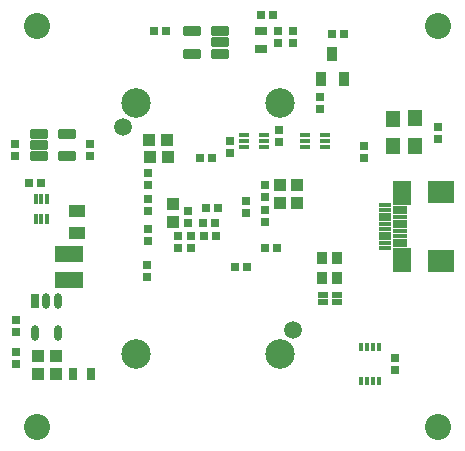
<source format=gbs>
G04*
G04 #@! TF.GenerationSoftware,Altium Limited,Altium Designer,19.1.1 (5)*
G04*
G04 Layer_Color=16711935*
%FSLAX44Y44*%
%MOMM*%
G71*
G01*
G75*
%ADD19C,2.2032*%
%ADD20C,1.5032*%
%ADD21C,2.5032*%
%ADD52R,1.0032X1.1032*%
%ADD53O,0.7032X1.3032*%
%ADD54R,0.7032X1.3032*%
%ADD55R,2.4232X1.4432*%
G04:AMPARAMS|DCode=56|XSize=0.7932mm|YSize=1.5733mm|CornerRadius=0.1459mm|HoleSize=0mm|Usage=FLASHONLY|Rotation=90.000|XOffset=0mm|YOffset=0mm|HoleType=Round|Shape=RoundedRectangle|*
%AMROUNDEDRECTD56*
21,1,0.7932,1.2816,0,0,90.0*
21,1,0.5015,1.5733,0,0,90.0*
1,1,0.2917,0.6408,0.2508*
1,1,0.2917,0.6408,-0.2508*
1,1,0.2917,-0.6408,-0.2508*
1,1,0.2917,-0.6408,0.2508*
%
%ADD56ROUNDEDRECTD56*%
%ADD57R,0.7400X0.7000*%
%ADD58R,0.7000X0.7400*%
%ADD59R,1.1032X1.0032*%
%ADD60R,0.4572X0.7620*%
%ADD61R,0.9032X0.5032*%
%ADD62R,1.2192X1.4732*%
%ADD63R,1.0531X0.4333*%
%ADD64R,1.2032X0.4333*%
%ADD65R,1.5832X2.0033*%
%ADD66R,2.2032X1.9032*%
%ADD67R,0.8532X1.3033*%
%ADD68R,0.8128X0.4572*%
%ADD69R,0.4572X0.8128*%
%ADD70R,1.1032X0.8032*%
%ADD71R,1.4732X1.0652*%
%ADD72R,0.8032X1.1032*%
D19*
X30000Y30000D02*
D03*
Y370000D02*
D03*
X370000Y30000D02*
D03*
Y370000D02*
D03*
D20*
X246789Y112251D02*
D03*
X102791Y284249D02*
D03*
D21*
X113789Y92251D02*
D03*
X235791D02*
D03*
X113789Y304249D02*
D03*
X235791D02*
D03*
D52*
X31350Y74910D02*
D03*
X46590D02*
D03*
X125930Y258900D02*
D03*
X141170D02*
D03*
X125510Y273060D02*
D03*
X140750D02*
D03*
X46480Y90610D02*
D03*
X31240D02*
D03*
D53*
X28740Y109950D02*
D03*
X47740D02*
D03*
Y136950D02*
D03*
X38240D02*
D03*
D54*
X28740D02*
D03*
D55*
X57480Y176689D02*
D03*
Y154891D02*
D03*
D56*
X32140Y259500D02*
D03*
Y269000D02*
D03*
Y278500D02*
D03*
X55640D02*
D03*
Y259500D02*
D03*
X185350Y365330D02*
D03*
Y355830D02*
D03*
Y346330D02*
D03*
X161850D02*
D03*
Y365330D02*
D03*
D57*
X124020Y245010D02*
D03*
Y234850D02*
D03*
X123990Y212890D02*
D03*
Y223050D02*
D03*
X124020Y197820D02*
D03*
Y187660D02*
D03*
X123500Y157100D02*
D03*
Y167260D02*
D03*
X157850Y202640D02*
D03*
Y212800D02*
D03*
X150060Y192200D02*
D03*
Y182040D02*
D03*
X161060Y192250D02*
D03*
Y182090D02*
D03*
X333290Y78640D02*
D03*
Y88800D02*
D03*
X207090Y211040D02*
D03*
Y221200D02*
D03*
X223820Y225330D02*
D03*
Y235490D02*
D03*
X193520Y272090D02*
D03*
Y261930D02*
D03*
X247350Y365210D02*
D03*
Y355050D02*
D03*
X307280Y257810D02*
D03*
Y267970D02*
D03*
X370310Y283780D02*
D03*
Y273620D02*
D03*
X234760Y365320D02*
D03*
Y355160D02*
D03*
X270400Y309720D02*
D03*
Y299560D02*
D03*
X235370Y271910D02*
D03*
Y282070D02*
D03*
X12440Y120500D02*
D03*
Y110340D02*
D03*
X12310Y93290D02*
D03*
Y83130D02*
D03*
X12140Y269850D02*
D03*
Y259690D02*
D03*
X75130Y269660D02*
D03*
Y259500D02*
D03*
X223510Y204060D02*
D03*
Y214220D02*
D03*
D58*
X171290Y202980D02*
D03*
X181450D02*
D03*
X171400Y192000D02*
D03*
X181560D02*
D03*
X173520Y215800D02*
D03*
X183680D02*
D03*
X168340Y257580D02*
D03*
X178500D02*
D03*
X198200Y165620D02*
D03*
X208360D02*
D03*
X233490Y181840D02*
D03*
X223330D02*
D03*
X280110Y362940D02*
D03*
X290270D02*
D03*
X33810Y236900D02*
D03*
X23650D02*
D03*
X230200Y379400D02*
D03*
X220040D02*
D03*
X129170Y365420D02*
D03*
X139330D02*
D03*
D59*
X145510Y203780D02*
D03*
Y219020D02*
D03*
X236440Y220130D02*
D03*
Y235370D02*
D03*
X250110Y220180D02*
D03*
Y235420D02*
D03*
D60*
X319930Y97818D02*
D03*
X314930D02*
D03*
X309930D02*
D03*
X304930D02*
D03*
Y68842D02*
D03*
X309930D02*
D03*
X314930D02*
D03*
X319930D02*
D03*
D61*
X271529Y175851D02*
D03*
Y170349D02*
D03*
X284031D02*
D03*
Y175851D02*
D03*
X284421Y159311D02*
D03*
Y153809D02*
D03*
X271919D02*
D03*
Y159311D02*
D03*
X284621Y141601D02*
D03*
Y136099D02*
D03*
X272119D02*
D03*
Y141601D02*
D03*
D62*
X350149Y268112D02*
D03*
X331893Y268191D02*
D03*
X331972Y291369D02*
D03*
X350467Y291448D02*
D03*
D63*
X325100Y181999D02*
D03*
Y186000D02*
D03*
Y190000D02*
D03*
Y194000D02*
D03*
Y198001D02*
D03*
Y201999D02*
D03*
Y206000D02*
D03*
Y210000D02*
D03*
Y214000D02*
D03*
Y218001D02*
D03*
D64*
X337351Y184000D02*
D03*
Y188001D02*
D03*
Y191999D02*
D03*
Y196000D02*
D03*
Y200000D02*
D03*
Y204000D02*
D03*
Y208001D02*
D03*
Y211999D02*
D03*
Y216000D02*
D03*
D65*
X339250Y228499D02*
D03*
Y171501D02*
D03*
D66*
X372850Y228999D02*
D03*
Y171001D02*
D03*
D67*
X280380Y345620D02*
D03*
X270779Y324620D02*
D03*
X289981D02*
D03*
D68*
X274209Y277110D02*
D03*
Y272110D02*
D03*
Y267110D02*
D03*
X257191D02*
D03*
Y272110D02*
D03*
Y277110D02*
D03*
X222439Y277060D02*
D03*
Y272060D02*
D03*
Y267060D02*
D03*
X205421D02*
D03*
Y272060D02*
D03*
Y277060D02*
D03*
D69*
X39170Y206141D02*
D03*
X34170D02*
D03*
X29170D02*
D03*
Y223159D02*
D03*
X34170D02*
D03*
X39170D02*
D03*
D70*
X220160Y350060D02*
D03*
Y365300D02*
D03*
D71*
X64100Y194290D02*
D03*
Y213290D02*
D03*
D72*
X76190Y74770D02*
D03*
X60950D02*
D03*
M02*

</source>
